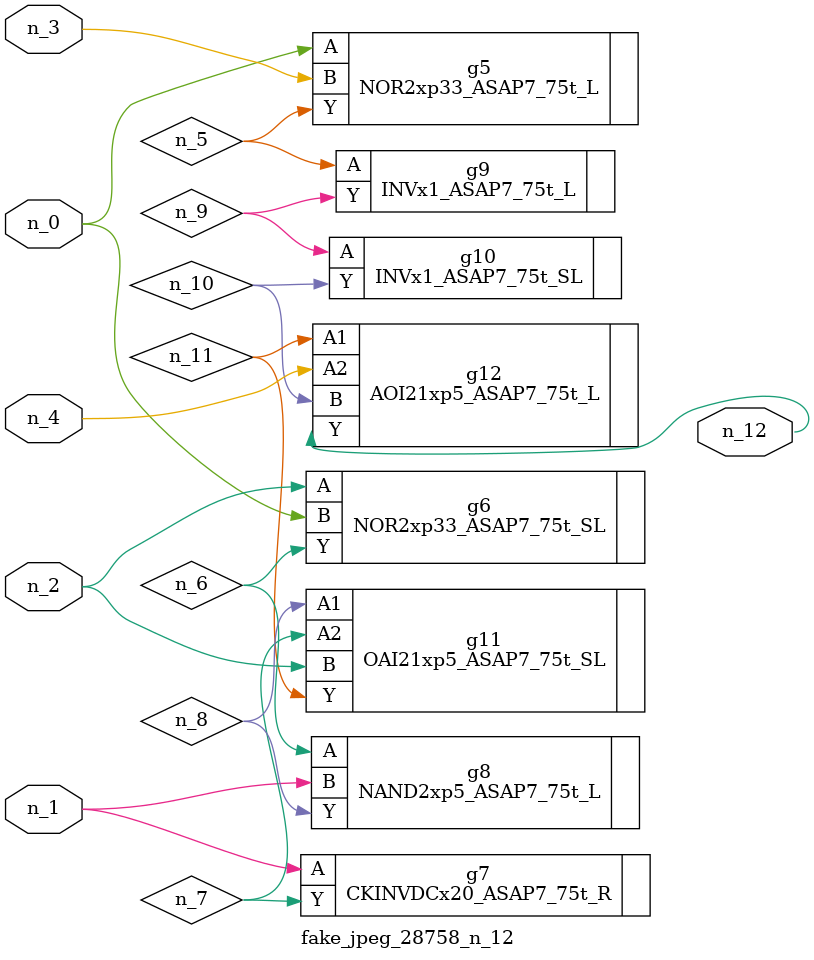
<source format=v>
module fake_jpeg_28758_n_12 (n_3, n_2, n_1, n_0, n_4, n_12);

input n_3;
input n_2;
input n_1;
input n_0;
input n_4;

output n_12;

wire n_11;
wire n_10;
wire n_8;
wire n_9;
wire n_6;
wire n_5;
wire n_7;

NOR2xp33_ASAP7_75t_L g5 ( 
.A(n_0),
.B(n_3),
.Y(n_5)
);

NOR2xp33_ASAP7_75t_SL g6 ( 
.A(n_2),
.B(n_0),
.Y(n_6)
);

CKINVDCx20_ASAP7_75t_R g7 ( 
.A(n_1),
.Y(n_7)
);

NAND2xp5_ASAP7_75t_L g8 ( 
.A(n_6),
.B(n_1),
.Y(n_8)
);

OAI21xp5_ASAP7_75t_SL g11 ( 
.A1(n_8),
.A2(n_7),
.B(n_2),
.Y(n_11)
);

INVx1_ASAP7_75t_L g9 ( 
.A(n_5),
.Y(n_9)
);

INVx1_ASAP7_75t_SL g10 ( 
.A(n_9),
.Y(n_10)
);

AOI21xp5_ASAP7_75t_L g12 ( 
.A1(n_11),
.A2(n_4),
.B(n_10),
.Y(n_12)
);


endmodule
</source>
